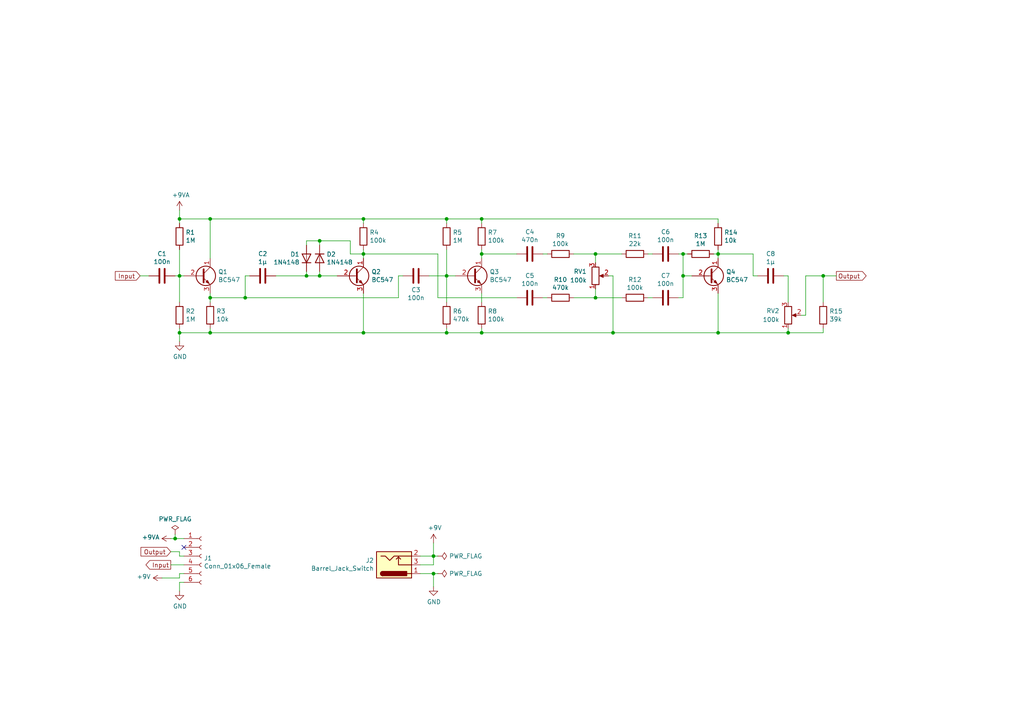
<source format=kicad_sch>
(kicad_sch (version 20211123) (generator eeschema)
  (paper "A4")
  (title_block (title "Vector") (date "2019-11-03") (rev "r01") (company "Nuclear Lighthouse Studios") (comment 1 "CC BY-NC-SA"))
  (lib_symbols
    (symbol "Connector:Barrel_Jack_Switch" (pin_names hide)
      (property "Reference" "J" (at 0 5.334 0))
      (property "Value" "Barrel_Jack_Switch" (at 0 -5.08 0))
      (symbol "Barrel_Jack_Switch_0_1"
        (rectangle (start -5.08 3.81) (end 5.08 -3.81) (stroke (width 0.254)) (fill (type background)))
        (arc (start -3.302 3.175) (mid -3.937 2.54) (end -3.302 1.905) (stroke (width 0.254)))
        (arc (start -3.302 3.175) (mid -3.937 2.54) (end -3.302 1.905) (stroke (width 0.254)) (fill (type outline)))
        (polyline (pts (xy 1.27 -2.286) (xy 1.905 -1.651)) (stroke (width 0.254)))
        (polyline (pts (xy 5.08 2.54) (xy 3.81 2.54)) (stroke (width 0.254)))
        (polyline (pts (xy 5.08 0) (xy 1.27 0) (xy 1.27 -2.286) (xy 0.635 -1.651)) (stroke (width 0.254)))
        (polyline (pts (xy -3.81 -2.54) (xy -2.54 -2.54) (xy -1.27 -1.27) (xy 0 -2.54) (xy 2.54 -2.54) (xy 5.08 -2.54)) (stroke (width 0.254)))
        (rectangle (start 3.683 3.175) (end -3.302 1.905) (stroke (width 0.254)) (fill (type outline)))
      )
      (symbol "Barrel_Jack_Switch_1_1"
        (pin passive line (at 7.62 2.54 180) (length 2.54) (name "~") (number "1"))
        (pin passive line (at 7.62 -2.54 180) (length 2.54) (name "~") (number "2"))
        (pin passive line (at 7.62 0 180) (length 2.54) (name "~") (number "3"))
      )
    )
    (symbol "Connector:Conn_01x06_Female" (pin_names (offset 1.016) hide)
      (property "Reference" "J" (at 0 7.62 0))
      (property "Value" "Conn_01x06_Female" (at 0 -10.16 0))
      (symbol "Conn_01x06_Female_1_1"
        (arc (start 0 -7.112) (mid -0.508 -7.62) (end 0 -8.128) (stroke (width 0.1524)))
        (arc (start 0 -4.572) (mid -0.508 -5.08) (end 0 -5.588) (stroke (width 0.1524)))
        (arc (start 0 -2.032) (mid -0.508 -2.54) (end 0 -3.048) (stroke (width 0.1524)))
        (polyline (pts (xy -1.27 -7.62) (xy -0.508 -7.62)) (stroke (width 0.1524)))
        (polyline (pts (xy -1.27 -5.08) (xy -0.508 -5.08)) (stroke (width 0.1524)))
        (polyline (pts (xy -1.27 -2.54) (xy -0.508 -2.54)) (stroke (width 0.1524)))
        (polyline (pts (xy -1.27 0) (xy -0.508 0)) (stroke (width 0.1524)))
        (polyline (pts (xy -1.27 2.54) (xy -0.508 2.54)) (stroke (width 0.1524)))
        (polyline (pts (xy -1.27 5.08) (xy -0.508 5.08)) (stroke (width 0.1524)))
        (arc (start 0 0.508) (mid -0.508 0) (end 0 -0.508) (stroke (width 0.1524)))
        (arc (start 0 3.048) (mid -0.508 2.54) (end 0 2.032) (stroke (width 0.1524)))
        (arc (start 0 5.588) (mid -0.508 5.08) (end 0 4.572) (stroke (width 0.1524)))
        (pin passive line (at -5.08 5.08 0) (length 3.81) (name "Pin_1") (number "1"))
        (pin passive line (at -5.08 2.54 0) (length 3.81) (name "Pin_2") (number "2"))
        (pin passive line (at -5.08 0 0) (length 3.81) (name "Pin_3") (number "3"))
        (pin passive line (at -5.08 -2.54 0) (length 3.81) (name "Pin_4") (number "4"))
        (pin passive line (at -5.08 -5.08 0) (length 3.81) (name "Pin_5") (number "5"))
        (pin passive line (at -5.08 -7.62 0) (length 3.81) (name "Pin_6") (number "6"))
      )
    )
    (symbol "Device:C" (pin_numbers hide) (pin_names (offset 0.254))
      (property "Reference" "C" (at 0.635 2.54 0))
      (property "Value" "C" (at 0.635 -2.54 0))
      (symbol "C_0_1"
        (polyline (pts (xy -2.032 -0.762) (xy 2.032 -0.762)) (stroke (width 0.508)))
        (polyline (pts (xy -2.032 0.762) (xy 2.032 0.762)) (stroke (width 0.508)))
      )
      (symbol "C_1_1"
        (pin passive line (at 0 3.81 270) (length 2.794) (name "~") (number "1"))
        (pin passive line (at 0 -3.81 90) (length 2.794) (name "~") (number "2"))
      )
    )
    (symbol "Device:R" (pin_numbers hide) (pin_names (offset 0))
      (property "Reference" "R" (at 2.032 0 90))
      (property "Value" "R" (at 0 0 90))
      (symbol "R_0_1"
        (rectangle (start -1.016 -2.54) (end 1.016 2.54) (stroke (width 0.254)))
      )
      (symbol "R_1_1"
        (pin passive line (at 0 3.81 270) (length 1.27) (name "~") (number "1"))
        (pin passive line (at 0 -3.81 90) (length 1.27) (name "~") (number "2"))
      )
    )
    (symbol "Device:R_Potentiometer" (pin_names (offset 1.016) hide)
      (property "Reference" "RV" (at -4.445 0 90))
      (property "Value" "R_Potentiometer" (at -2.54 0 90))
      (symbol "R_Potentiometer_0_1"
        (polyline (pts (xy 2.54 0) (xy 1.524 0)))
        (polyline (pts (xy 1.143 0) (xy 2.286 0.508) (xy 2.286 -0.508) (xy 1.143 0)) (fill (type outline)))
        (rectangle (start 1.016 2.54) (end -1.016 -2.54) (stroke (width 0.254)))
      )
      (symbol "R_Potentiometer_1_1"
        (pin passive line (at 0 3.81 270) (length 1.27) (name "1") (number "1"))
        (pin passive line (at 3.81 0 180) (length 1.27) (name "2") (number "2"))
        (pin passive line (at 0 -3.81 90) (length 1.27) (name "3") (number "3"))
      )
    )
    (symbol "Diode:1N4148" (pin_numbers hide) (pin_names (offset 1.016) hide)
      (property "Reference" "D" (at 0 2.54 0))
      (property "Value" "1N4148" (at 0 -2.54 0))
      (symbol "1N4148_0_1"
        (polyline (pts (xy -1.27 1.27) (xy -1.27 -1.27)) (stroke (width 0.254)))
        (polyline (pts (xy 1.27 0) (xy -1.27 0)))
        (polyline (pts (xy 1.27 1.27) (xy 1.27 -1.27) (xy -1.27 0) (xy 1.27 1.27)) (stroke (width 0.254)))
      )
      (symbol "1N4148_1_1"
        (pin passive line (at -3.81 0 0) (length 2.54) (name "K") (number "1"))
        (pin passive line (at 3.81 0 180) (length 2.54) (name "A") (number "2"))
      )
    )
    (symbol "Transistor_BJT:BC547" (pin_names (offset 0) hide)
      (property "Reference" "Q" (at 5.08 1.905 0))
      (property "Value" "BC547" (at 5.08 0 0))
      (symbol "BC547_0_1"
        (polyline (pts (xy 0 0) (xy 0.635 0)))
        (polyline (pts (xy 0.635 0.635) (xy 2.54 2.54)))
        (polyline (pts (xy 0.635 -0.635) (xy 2.54 -2.54) (xy 2.54 -2.54)))
        (polyline (pts (xy 0.635 1.905) (xy 0.635 -1.905) (xy 0.635 -1.905)) (stroke (width 0.508)))
        (polyline (pts (xy 1.27 -1.778) (xy 1.778 -1.27) (xy 2.286 -2.286) (xy 1.27 -1.778) (xy 1.27 -1.778)) (fill (type outline)))
        (circle (center 1.27 0) (radius 2.8194) (stroke (width 0.254)))
      )
      (symbol "BC547_1_1"
        (pin passive line (at 2.54 5.08 270) (length 2.54) (name "C") (number "1"))
        (pin input line (at -5.08 0 0) (length 5.08) (name "B") (number "2"))
        (pin passive line (at 2.54 -5.08 90) (length 2.54) (name "E") (number "3"))
      )
    )
    (symbol "power:+9V" (power) (pin_names (offset 0))
      (property "Value" "+9V" (at 0 3.556 0))
      (symbol "+9V_0_1"
        (polyline (pts (xy -0.762 1.27) (xy 0 2.54)))
        (polyline (pts (xy 0 0) (xy 0 2.54)))
        (polyline (pts (xy 0 2.54) (xy 0.762 1.27)))
      )
      (symbol "+9V_1_1"
        (pin power_in line (at 0 0 90) (length 0) hide (name "+9V") (number "1"))
      )
    )
    (symbol "power:+9VA" (power) (pin_names (offset 0))
      (property "Value" "+9VA" (at 0 3.81 0))
      (symbol "+9VA_0_1"
        (polyline (pts (xy -0.762 1.27) (xy 0 2.54)))
        (polyline (pts (xy 0 0) (xy 0 2.54)))
        (polyline (pts (xy 0 2.54) (xy 0.762 1.27)))
      )
      (symbol "+9VA_1_1"
        (pin power_in line (at 0 0 90) (length 0) hide (name "+9VA") (number "1"))
      )
    )
    (symbol "power:GND" (power) (pin_names (offset 0))
      (property "Value" "GND" (at 0 -3.81 0))
      (symbol "GND_0_1"
        (polyline (pts (xy 0 0) (xy 0 -1.27) (xy 1.27 -1.27) (xy 0 -2.54) (xy -1.27 -1.27) (xy 0 -1.27)))
      )
      (symbol "GND_1_1"
        (pin power_in line (at 0 0 270) (length 0) hide (name "GND") (number "1"))
      )
    )
    (symbol "power:PWR_FLAG" (power) (pin_numbers hide) (pin_names (offset 0) hide)
      (property "Value" "PWR_FLAG" (at 0 3.81 0))
      (symbol "PWR_FLAG_0_0"
        (pin power_out line (at 0 0 90) (length 0) (name "pwr") (number "1"))
      )
      (symbol "PWR_FLAG_0_1"
        (polyline (pts (xy 0 0) (xy 0 1.27) (xy -1.016 1.905) (xy 0 2.54) (xy 1.016 1.905) (xy 0 1.27)))
      )
    )
  )
  (junction (at 208.28 96.52))
  (junction (at 129.54 96.52))
  (junction (at 129.54 80.01))
  (junction (at 139.7 96.52))
  (junction (at 198.12 80.01))
  (junction (at 172.72 86.36))
  (junction (at 105.41 73.66))
  (junction (at 71.12 86.36))
  (junction (at 52.07 63.5))
  (junction (at 177.8 96.52))
  (junction (at 52.07 80.01))
  (junction (at 208.28 73.66))
  (junction (at 125.73 161.29))
  (junction (at 129.54 63.5))
  (junction (at 238.76 80.01))
  (junction (at 198.12 73.66))
  (junction (at 52.07 96.52))
  (junction (at 50.8 156.21))
  (junction (at 105.41 63.5))
  (junction (at 139.7 73.66))
  (junction (at 60.96 86.36))
  (junction (at 139.7 63.5))
  (junction (at 60.96 96.52))
  (junction (at 125.73 166.37))
  (junction (at 92.71 69.85))
  (junction (at 60.96 63.5))
  (junction (at 92.71 80.01))
  (junction (at 88.9 80.01))
  (junction (at 228.6 96.52))
  (junction (at 105.41 96.52))
  (junction (at 172.72 73.66))
  (no_connect (at 53.34 158.75))
  (wire (pts (xy 60.96 63.5) (xy 105.41 63.5)))
  (wire (pts (xy 92.71 69.85) (xy 92.71 71.12)))
  (wire (pts (xy 232.41 91.44) (xy 233.68 91.44)))
  (wire (pts (xy 233.68 80.01) (xy 238.76 80.01)))
  (wire (pts (xy 60.96 95.25) (xy 60.96 96.52)))
  (wire (pts (xy 49.53 156.21) (xy 50.8 156.21)))
  (wire (pts (xy 52.07 166.37) (xy 53.34 166.37)))
  (wire (pts (xy 129.54 95.25) (xy 129.54 96.52)))
  (wire (pts (xy 88.9 78.74) (xy 88.9 80.01)))
  (wire (pts (xy 177.8 96.52) (xy 208.28 96.52)))
  (wire (pts (xy 125.73 166.37) (xy 127 166.37)))
  (wire (pts (xy 218.44 80.01) (xy 219.71 80.01)))
  (wire (pts (xy 129.54 80.01) (xy 129.54 87.63)))
  (wire (pts (xy 199.39 73.66) (xy 198.12 73.66)))
  (wire (pts (xy 71.12 80.01) (xy 72.39 80.01)))
  (wire (pts (xy 105.41 63.5) (xy 105.41 64.77)))
  (wire (pts (xy 52.07 63.5) (xy 52.07 64.77)))
  (wire (pts (xy 129.54 80.01) (xy 132.08 80.01)))
  (wire (pts (xy 129.54 63.5) (xy 139.7 63.5)))
  (wire (pts (xy 52.07 168.91) (xy 53.34 168.91)))
  (wire (pts (xy 92.71 80.01) (xy 97.79 80.01)))
  (wire (pts (xy 172.72 73.66) (xy 172.72 76.2)))
  (wire (pts (xy 115.57 80.01) (xy 116.84 80.01)))
  (wire (pts (xy 238.76 96.52) (xy 228.6 96.52)))
  (wire (pts (xy 139.7 73.66) (xy 139.7 74.93)))
  (wire (pts (xy 208.28 73.66) (xy 208.28 74.93)))
  (wire (pts (xy 172.72 86.36) (xy 180.34 86.36)))
  (wire (pts (xy 60.96 86.36) (xy 60.96 87.63)))
  (wire (pts (xy 208.28 63.5) (xy 208.28 64.77)))
  (wire (pts (xy 238.76 87.63) (xy 238.76 80.01)))
  (wire (pts (xy 52.07 160.02) (xy 49.53 160.02)))
  (wire (pts (xy 121.92 161.29) (xy 125.73 161.29)))
  (wire (pts (xy 198.12 73.66) (xy 198.12 80.01)))
  (wire (pts (xy 129.54 96.52) (xy 139.7 96.52)))
  (wire (pts (xy 218.44 73.66) (xy 218.44 80.01)))
  (wire (pts (xy 46.99 167.64) (xy 52.07 167.64)))
  (wire (pts (xy 60.96 74.93) (xy 60.96 63.5)))
  (wire (pts (xy 180.34 73.66) (xy 172.72 73.66)))
  (wire (pts (xy 208.28 73.66) (xy 218.44 73.66)))
  (wire (pts (xy 187.96 86.36) (xy 189.23 86.36)))
  (wire (pts (xy 40.64 80.01) (xy 43.18 80.01)))
  (wire (pts (xy 71.12 86.36) (xy 115.57 86.36)))
  (wire (pts (xy 127 73.66) (xy 127 86.36)))
  (wire (pts (xy 60.96 96.52) (xy 105.41 96.52)))
  (wire (pts (xy 92.71 78.74) (xy 92.71 80.01)))
  (wire (pts (xy 50.8 156.21) (xy 50.8 154.94)))
  (wire (pts (xy 52.07 96.52) (xy 52.07 99.06)))
  (wire (pts (xy 238.76 80.01) (xy 242.57 80.01)))
  (wire (pts (xy 52.07 171.45) (xy 52.07 168.91)))
  (wire (pts (xy 88.9 80.01) (xy 92.71 80.01)))
  (wire (pts (xy 125.73 166.37) (xy 125.73 170.18)))
  (wire (pts (xy 228.6 80.01) (xy 228.6 87.63)))
  (wire (pts (xy 196.85 73.66) (xy 198.12 73.66)))
  (wire (pts (xy 125.73 161.29) (xy 127 161.29)))
  (wire (pts (xy 139.7 72.39) (xy 139.7 73.66)))
  (wire (pts (xy 166.37 86.36) (xy 172.72 86.36)))
  (wire (pts (xy 177.8 80.01) (xy 177.8 96.52)))
  (wire (pts (xy 60.96 85.09) (xy 60.96 86.36)))
  (wire (pts (xy 71.12 86.36) (xy 71.12 80.01)))
  (wire (pts (xy 139.7 85.09) (xy 139.7 87.63)))
  (wire (pts (xy 149.86 73.66) (xy 139.7 73.66)))
  (wire (pts (xy 105.41 73.66) (xy 101.6 73.66)))
  (wire (pts (xy 80.01 80.01) (xy 88.9 80.01)))
  (wire (pts (xy 60.96 63.5) (xy 52.07 63.5)))
  (wire (pts (xy 105.41 96.52) (xy 129.54 96.52)))
  (wire (pts (xy 129.54 72.39) (xy 129.54 80.01)))
  (wire (pts (xy 88.9 69.85) (xy 88.9 71.12)))
  (wire (pts (xy 52.07 60.96) (xy 52.07 63.5)))
  (wire (pts (xy 50.8 80.01) (xy 52.07 80.01)))
  (wire (pts (xy 124.46 80.01) (xy 129.54 80.01)))
  (wire (pts (xy 208.28 85.09) (xy 208.28 96.52)))
  (wire (pts (xy 125.73 163.83) (xy 125.73 161.29)))
  (wire (pts (xy 60.96 96.52) (xy 52.07 96.52)))
  (wire (pts (xy 125.73 157.48) (xy 125.73 161.29)))
  (wire (pts (xy 52.07 95.25) (xy 52.07 96.52)))
  (wire (pts (xy 228.6 95.25) (xy 228.6 96.52)))
  (wire (pts (xy 127 86.36) (xy 149.86 86.36)))
  (wire (pts (xy 172.72 86.36) (xy 172.72 83.82)))
  (wire (pts (xy 101.6 69.85) (xy 92.71 69.85)))
  (wire (pts (xy 52.07 87.63) (xy 52.07 80.01)))
  (wire (pts (xy 105.41 74.93) (xy 105.41 73.66)))
  (wire (pts (xy 53.34 161.29) (xy 52.07 161.29)))
  (wire (pts (xy 49.53 163.83) (xy 53.34 163.83)))
  (wire (pts (xy 121.92 163.83) (xy 125.73 163.83)))
  (wire (pts (xy 101.6 69.85) (xy 101.6 73.66)))
  (wire (pts (xy 157.48 73.66) (xy 158.75 73.66)))
  (wire (pts (xy 187.96 73.66) (xy 189.23 73.66)))
  (wire (pts (xy 52.07 72.39) (xy 52.07 80.01)))
  (wire (pts (xy 105.41 63.5) (xy 129.54 63.5)))
  (wire (pts (xy 207.01 73.66) (xy 208.28 73.66)))
  (wire (pts (xy 196.85 86.36) (xy 198.12 86.36)))
  (wire (pts (xy 115.57 80.01) (xy 115.57 86.36)))
  (wire (pts (xy 139.7 64.77) (xy 139.7 63.5)))
  (wire (pts (xy 129.54 64.77) (xy 129.54 63.5)))
  (wire (pts (xy 52.07 167.64) (xy 52.07 166.37)))
  (wire (pts (xy 121.92 166.37) (xy 125.73 166.37)))
  (wire (pts (xy 198.12 86.36) (xy 198.12 80.01)))
  (wire (pts (xy 208.28 72.39) (xy 208.28 73.66)))
  (wire (pts (xy 105.41 96.52) (xy 105.41 85.09)))
  (wire (pts (xy 50.8 156.21) (xy 53.34 156.21)))
  (wire (pts (xy 139.7 63.5) (xy 208.28 63.5)))
  (wire (pts (xy 60.96 86.36) (xy 71.12 86.36)))
  (wire (pts (xy 238.76 95.25) (xy 238.76 96.52)))
  (wire (pts (xy 92.71 69.85) (xy 88.9 69.85)))
  (wire (pts (xy 198.12 80.01) (xy 200.66 80.01)))
  (wire (pts (xy 176.53 80.01) (xy 177.8 80.01)))
  (wire (pts (xy 52.07 161.29) (xy 52.07 160.02)))
  (wire (pts (xy 227.33 80.01) (xy 228.6 80.01)))
  (wire (pts (xy 166.37 73.66) (xy 172.72 73.66)))
  (wire (pts (xy 233.68 91.44) (xy 233.68 80.01)))
  (wire (pts (xy 105.41 73.66) (xy 127 73.66)))
  (wire (pts (xy 139.7 96.52) (xy 177.8 96.52)))
  (wire (pts (xy 208.28 96.52) (xy 228.6 96.52)))
  (wire (pts (xy 52.07 80.01) (xy 53.34 80.01)))
  (wire (pts (xy 157.48 86.36) (xy 158.75 86.36)))
  (wire (pts (xy 139.7 95.25) (xy 139.7 96.52)))
  (wire (pts (xy 105.41 73.66) (xy 105.41 72.39)))
  (global_label "Input" (shape output) (at 49.53 163.83 180) (property "Intersheet References" "${INTERSHEET_REFS}" (effects hide)))
  (global_label "Output" (shape output) (at 242.57 80.01 0) (property "Intersheet References" "${INTERSHEET_REFS}" (effects hide)))
  (global_label "Output" (shape input) (at 49.53 160.02 180) (property "Intersheet References" "${INTERSHEET_REFS}" (effects hide)))
  (global_label "Input" (shape input) (at 40.64 80.01 180) (property "Intersheet References" "${INTERSHEET_REFS}" (effects hide)))
  (symbol (lib_id "Transistor_BJT:BC547") (at 58.42 80.01 0) (unit 1)
    (property "Reference" "Q1" (at 63.2714 78.8416 0) (effects (justify left)))
    (property "Value" "BC547" (at 63.2714 81.153 0) (effects (justify left)))
    (property "Footprint" "Package_TO_SOT_THT:TO-92_Wide" (effects hide))
    (property "Datasheet" "https://www.onsemi.com/pub/Collateral/BC550-D.pdf" (effects hide))
  )
  (symbol (lib_id "Device:C") (at 46.99 80.01 270) (unit 1)
    (property "Reference" "C1" (at 46.99 73.6092 90))
    (property "Value" "100n" (at 46.99 75.9206 90))
    (property "Footprint" "Capacitor_THT:C_Rect_L7.2mm_W2.5mm_P5.00mm_FKS2_FKP2_MKS2_MKP2" (effects hide))
  )
  (symbol (lib_id "Device:R") (at 52.07 68.58 180) (unit 1)
    (property "Reference" "R1" (at 53.848 67.4116 0) (effects (justify right)))
    (property "Value" "1M" (at 53.848 69.723 0) (effects (justify right)))
    (property "Footprint" "Resistor_THT:R_Axial_DIN0207_L6.3mm_D2.5mm_P2.54mm_Vertical" (effects hide))
  )
  (symbol (lib_id "Device:R") (at 52.07 91.44 180) (unit 1)
    (property "Reference" "R2" (at 53.848 90.2716 0) (effects (justify right)))
    (property "Value" "1M" (at 53.848 92.583 0) (effects (justify right)))
    (property "Footprint" "Resistor_THT:R_Axial_DIN0207_L6.3mm_D2.5mm_P2.54mm_Vertical" (effects hide))
  )
  (symbol (lib_id "power:GND") (at 52.07 99.06 0) (unit 1)
    (property "Reference" "#PWR02" (effects hide))
    (property "Value" "GND" (at 52.197 103.4542 0))
  )
  (symbol (lib_id "Device:R") (at 60.96 91.44 180) (unit 1)
    (property "Reference" "R3" (at 62.738 90.2716 0) (effects (justify right)))
    (property "Value" "10k" (at 62.738 92.583 0) (effects (justify right)))
    (property "Footprint" "Resistor_THT:R_Axial_DIN0207_L6.3mm_D2.5mm_P2.54mm_Vertical" (effects hide))
  )
  (symbol (lib_id "Device:C") (at 76.2 80.01 90) (mirror x) (unit 1)
    (property "Reference" "C2" (at 76.2 73.6092 90))
    (property "Value" "1µ" (at 76.2 75.9206 90))
    (property "Footprint" "Capacitor_THT:C_Rect_L7.2mm_W4.5mm_P5.00mm_FKS2_FKP2_MKS2_MKP2" (effects hide))
  )
  (symbol (lib_id "Transistor_BJT:BC547") (at 102.87 80.01 0) (unit 1)
    (property "Reference" "Q2" (at 107.7214 78.8416 0) (effects (justify left)))
    (property "Value" "BC547" (at 107.7214 81.153 0) (effects (justify left)))
    (property "Footprint" "Package_TO_SOT_THT:TO-92_Wide" (effects hide))
    (property "Datasheet" "https://www.onsemi.com/pub/Collateral/BC550-D.pdf" (effects hide))
  )
  (symbol (lib_id "Device:R") (at 105.41 68.58 0) (unit 1)
    (property "Reference" "R4" (at 107.188 67.4116 0) (effects (justify left)))
    (property "Value" "100k" (at 107.188 69.723 0) (effects (justify left)))
    (property "Footprint" "Resistor_THT:R_Axial_DIN0207_L6.3mm_D2.5mm_P2.54mm_Vertical" (effects hide))
  )
  (symbol (lib_id "Device:R") (at 184.15 73.66 270) (mirror x) (unit 1)
    (property "Reference" "R11" (at 184.15 68.4022 90))
    (property "Value" "22k" (at 184.15 70.7136 90))
    (property "Footprint" "Resistor_THT:R_Axial_DIN0207_L6.3mm_D2.5mm_P7.62mm_Horizontal" (effects hide))
  )
  (symbol (lib_id "Device:R") (at 203.2 73.66 270) (unit 1)
    (property "Reference" "R13" (at 203.2 68.4022 90))
    (property "Value" "1M" (at 203.2 70.7136 90))
    (property "Footprint" "Resistor_THT:R_Axial_DIN0207_L6.3mm_D2.5mm_P2.54mm_Vertical" (effects hide))
  )
  (symbol (lib_id "Transistor_BJT:BC547") (at 205.74 80.01 0) (unit 1)
    (property "Reference" "Q4" (at 210.5914 78.8416 0) (effects (justify left)))
    (property "Value" "BC547" (at 210.5914 81.153 0) (effects (justify left)))
    (property "Footprint" "Package_TO_SOT_THT:TO-92_Wide" (effects hide))
    (property "Datasheet" "https://www.onsemi.com/pub/Collateral/BC550-D.pdf" (effects hide))
  )
  (symbol (lib_id "Device:R") (at 208.28 68.58 0) (unit 1)
    (property "Reference" "R14" (at 210.058 67.4116 0) (effects (justify left)))
    (property "Value" "10k" (at 210.058 69.723 0) (effects (justify left)))
    (property "Footprint" "Resistor_THT:R_Axial_DIN0207_L6.3mm_D2.5mm_P2.54mm_Vertical" (effects hide))
  )
  (symbol (lib_id "Device:C") (at 223.52 80.01 270) (unit 1)
    (property "Reference" "C8" (at 223.52 73.6092 90))
    (property "Value" "1µ" (at 223.52 75.9206 90))
    (property "Footprint" "Capacitor_THT:C_Rect_L7.2mm_W4.5mm_P5.00mm_FKS2_FKP2_MKS2_MKP2" (effects hide))
  )
  (symbol (lib_id "Device:R_Potentiometer") (at 228.6 91.44 0) (mirror x) (unit 1)
    (property "Reference" "RV2" (at 226.06 90.1699 0) (effects (justify right)))
    (property "Value" "100k" (at 226.06 92.7099 0) (effects (justify right)))
    (property "Footprint" "Potentiometer_THT:Potentiometer_Alps_RK09K_Single_Vertical" (effects hide))
  )
  (symbol (lib_id "Transistor_BJT:BC547") (at 137.16 80.01 0) (unit 1)
    (property "Reference" "Q3" (at 142.0114 78.8416 0) (effects (justify left)))
    (property "Value" "BC547" (at 142.0114 81.153 0) (effects (justify left)))
    (property "Footprint" "Package_TO_SOT_THT:TO-92_Wide" (effects hide))
    (property "Datasheet" "https://www.onsemi.com/pub/Collateral/BC550-D.pdf" (effects hide))
  )
  (symbol (lib_id "Device:R") (at 139.7 68.58 0) (unit 1)
    (property "Reference" "R7" (at 141.478 67.4116 0) (effects (justify left)))
    (property "Value" "100k" (at 141.478 69.723 0) (effects (justify left)))
    (property "Footprint" "Resistor_THT:R_Axial_DIN0207_L6.3mm_D2.5mm_P2.54mm_Vertical" (effects hide))
  )
  (symbol (lib_id "Device:R") (at 139.7 91.44 180) (unit 1)
    (property "Reference" "R8" (at 141.478 90.2716 0) (effects (justify right)))
    (property "Value" "100k" (at 141.478 92.583 0) (effects (justify right)))
    (property "Footprint" "Resistor_THT:R_Axial_DIN0207_L6.3mm_D2.5mm_P2.54mm_Vertical" (effects hide))
  )
  (symbol (lib_id "Device:R") (at 129.54 68.58 0) (unit 1)
    (property "Reference" "R5" (at 131.318 67.4116 0) (effects (justify left)))
    (property "Value" "1M" (at 131.318 69.723 0) (effects (justify left)))
    (property "Footprint" "Resistor_THT:R_Axial_DIN0207_L6.3mm_D2.5mm_P2.54mm_Vertical" (effects hide))
  )
  (symbol (lib_id "Device:R") (at 129.54 91.44 180) (unit 1)
    (property "Reference" "R6" (at 131.318 90.2716 0) (effects (justify right)))
    (property "Value" "470k" (at 131.318 92.583 0) (effects (justify right)))
    (property "Footprint" "Resistor_THT:R_Axial_DIN0207_L6.3mm_D2.5mm_P2.54mm_Vertical" (effects hide))
  )
  (symbol (lib_id "Device:C") (at 120.65 80.01 270) (unit 1)
    (property "Reference" "C3" (at 120.65 84.074 90))
    (property "Value" "100n" (at 120.65 86.3854 90))
    (property "Footprint" "Capacitor_THT:C_Rect_L7.2mm_W2.5mm_P5.00mm_FKS2_FKP2_MKS2_MKP2" (effects hide))
  )
  (symbol (lib_id "Device:R") (at 238.76 91.44 180) (unit 1)
    (property "Reference" "R15" (at 240.538 90.2716 0) (effects (justify right)))
    (property "Value" "39k" (at 240.538 92.583 0) (effects (justify right)))
    (property "Footprint" "Resistor_THT:R_Axial_DIN0207_L6.3mm_D2.5mm_P7.62mm_Horizontal" (effects hide))
  )
  (symbol (lib_id "Device:C") (at 153.67 86.36 270) (unit 1)
    (property "Reference" "C5" (at 153.67 79.9592 90))
    (property "Value" "100n" (at 153.67 82.2706 90))
    (property "Footprint" "Capacitor_THT:C_Rect_L7.2mm_W2.5mm_P5.00mm_FKS2_FKP2_MKS2_MKP2" (effects hide))
  )
  (symbol (lib_id "Device:R_Potentiometer") (at 172.72 80.01 0) (mirror x) (unit 1)
    (property "Reference" "RV1" (at 170.18 78.7399 0) (effects (justify right)))
    (property "Value" "100k" (at 170.18 81.2799 0) (effects (justify right)))
    (property "Footprint" "Potentiometer_THT:Potentiometer_Alps_RK09K_Single_Vertical" (effects hide))
  )
  (symbol (lib_id "Device:C") (at 193.04 86.36 270) (unit 1)
    (property "Reference" "C7" (at 193.04 79.9592 90))
    (property "Value" "100n" (at 193.04 82.2706 90))
    (property "Footprint" "Capacitor_THT:C_Rect_L7.2mm_W2.5mm_P5.00mm_FKS2_FKP2_MKS2_MKP2" (effects hide))
  )
  (symbol (lib_id "Device:C") (at 193.04 73.66 270) (unit 1)
    (property "Reference" "C6" (at 193.04 67.2592 90))
    (property "Value" "100n" (at 193.04 69.5706 90))
    (property "Footprint" "Capacitor_THT:C_Rect_L7.2mm_W2.5mm_P5.00mm_FKS2_FKP2_MKS2_MKP2" (effects hide))
  )
  (symbol (lib_id "Connector:Barrel_Jack_Switch") (at 114.3 163.83 0) (mirror x) (unit 1)
    (property "Reference" "J2" (at 108.458 162.56 0) (effects (justify right)))
    (property "Value" "Barrel_Jack_Switch" (at 108.458 164.8714 0) (effects (justify right)))
    (property "Footprint" "NLS:BarrelJack_Horizontal_Short" (effects hide))
  )
  (symbol (lib_id "Device:R") (at 184.15 86.36 270) (unit 1)
    (property "Reference" "R12" (at 184.15 81.1022 90))
    (property "Value" "100k" (at 184.15 83.4136 90))
    (property "Footprint" "Resistor_THT:R_Axial_DIN0207_L6.3mm_D2.5mm_P7.62mm_Horizontal" (effects hide))
  )
  (symbol (lib_id "power:GND") (at 125.73 170.18 0) (unit 1)
    (property "Reference" "#PWR0101" (effects hide))
    (property "Value" "GND" (at 125.857 174.5742 0))
  )
  (symbol (lib_id "power:+9VA") (at 52.07 60.96 0) (unit 1)
    (property "Reference" "#PWR0103" (effects hide))
    (property "Value" "+9VA" (at 52.451 56.5658 0))
  )
  (symbol (lib_id "power:+9V") (at 125.73 157.48 0) (unit 1)
    (property "Reference" "#PWR03" (effects hide))
    (property "Value" "+9V" (at 126.111 153.0858 0))
  )
  (symbol (lib_id "Diode:1N4148") (at 88.9 74.93 90) (unit 1)
    (property "Reference" "D1" (at 86.8934 73.7616 90) (effects (justify left)))
    (property "Value" "1N4148" (at 86.8934 76.073 90) (effects (justify left)))
    (property "Footprint" "Diode_THT:D_DO-35_SOD27_P2.54mm_Vertical_AnodeUp" (effects hide))
    (property "Datasheet" "https://assets.nexperia.com/documents/data-sheet/1N4148_1N4448.pdf" (effects hide))
  )
  (symbol (lib_id "Diode:1N4148") (at 92.71 74.93 270) (unit 1)
    (property "Reference" "D2" (at 94.7166 73.7616 90) (effects (justify left)))
    (property "Value" "1N4148" (at 94.7166 76.073 90) (effects (justify left)))
    (property "Footprint" "Diode_THT:D_DO-35_SOD27_P2.54mm_Vertical_AnodeUp" (effects hide))
    (property "Datasheet" "https://assets.nexperia.com/documents/data-sheet/1N4148_1N4448.pdf" (effects hide))
  )
  (symbol (lib_id "Connector:Conn_01x06_Female") (at 58.42 161.29 0) (unit 1)
    (property "Reference" "J1" (at 59.1312 161.8996 0) (effects (justify left)))
    (property "Value" "Conn_01x06_Female" (at 59.1312 164.211 0) (effects (justify left)))
    (property "Footprint" "Connector_PinHeader_2.54mm:PinHeader_1x06_P2.54mm_Vertical" (effects hide))
  )
  (symbol (lib_id "power:+9VA") (at 49.53 156.21 90) (unit 1)
    (property "Reference" "#PWR0102" (effects hide))
    (property "Value" "+9VA" (at 46.3042 155.829 90) (effects (justify left)))
  )
  (symbol (lib_id "power:+9V") (at 46.99 167.64 90) (unit 1)
    (property "Reference" "#PWR0104" (effects hide))
    (property "Value" "+9V" (at 43.7388 167.259 90) (effects (justify left)))
  )
  (symbol (lib_id "power:GND") (at 52.07 171.45 0) (unit 1)
    (property "Reference" "#PWR0105" (effects hide))
    (property "Value" "GND" (at 52.197 175.8442 0))
  )
  (symbol (lib_id "Device:C") (at 153.67 73.66 270) (unit 1)
    (property "Reference" "C4" (at 153.67 67.2592 90))
    (property "Value" "470n" (at 153.67 69.5706 90))
    (property "Footprint" "Capacitor_THT:C_Rect_L7.2mm_W3.5mm_P5.00mm_FKS2_FKP2_MKS2_MKP2" (effects hide))
  )
  (symbol (lib_id "Device:R") (at 162.56 86.36 270) (unit 1)
    (property "Reference" "R10" (at 162.56 81.1022 90))
    (property "Value" "470k" (at 162.56 83.4136 90))
    (property "Footprint" "Resistor_THT:R_Axial_DIN0207_L6.3mm_D2.5mm_P7.62mm_Horizontal" (effects hide))
  )
  (symbol (lib_id "Device:R") (at 162.56 73.66 90) (mirror x) (unit 1)
    (property "Reference" "R9" (at 162.56 68.4022 90))
    (property "Value" "100k" (at 162.56 70.7136 90))
    (property "Footprint" "Resistor_THT:R_Axial_DIN0207_L6.3mm_D2.5mm_P2.54mm_Vertical" (effects hide))
  )
  (symbol (lib_id "power:PWR_FLAG") (at 127 161.29 270) (unit 1)
    (property "Reference" "#FLG0101" (effects hide))
    (property "Value" "PWR_FLAG" (at 130.2512 161.29 90) (effects (justify left)))
  )
  (symbol (lib_id "power:PWR_FLAG") (at 127 166.37 270) (unit 1)
    (property "Reference" "#FLG0102" (effects hide))
    (property "Value" "PWR_FLAG" (at 130.2512 166.37 90) (effects (justify left)))
  )
  (symbol (lib_id "power:PWR_FLAG") (at 50.8 154.94 0) (unit 1)
    (property "Reference" "#FLG0103" (effects hide))
    (property "Value" "PWR_FLAG" (at 50.8 150.5458 0))
  )
)
</source>
